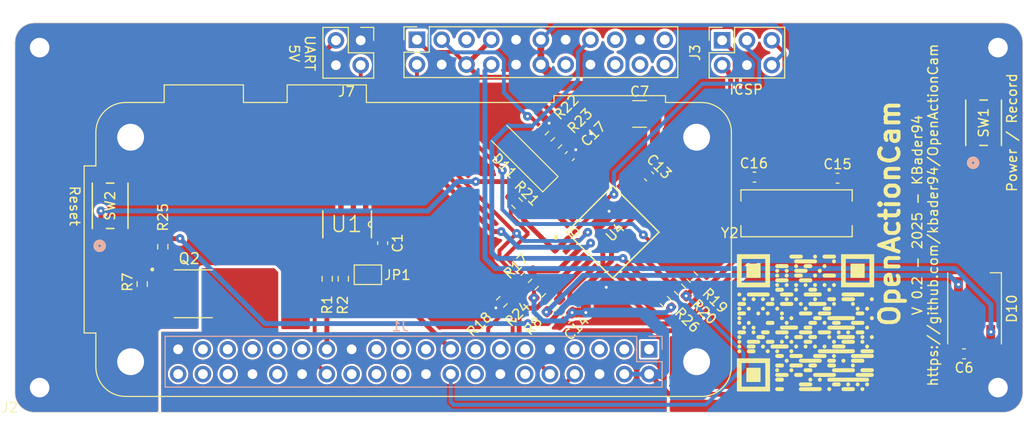
<source format=kicad_pcb>
(kicad_pcb (version 20221018) (generator pcbnew)
  (title_block (date "15 nov 2012"))
  (layers (0 "F.Cu" signal) (31 "B.Cu" signal) (34 "B.Paste" user) (35 "F.Paste" user) (36 "B.SilkS" user "B.Silkscreen") (37 "F.SilkS" user "F.Silkscreen") (38 "B.Mask" user) (39 "F.Mask" user) (44 "Edge.Cuts" user))
  (net 0 "")
  (net 1 "GND")
  (net 2 "/GPIO2{slash}SDA1")
  (net 3 "/GPIO3{slash}SCL1")
  (net 4 "/GPIO4{slash}GPCLK0")
  (net 5 "/GPIO15{slash}RXD0")
  (net 6 "/GPIO17")
  (net 7 "/GPIO18{slash}PCM.CLK")
  (net 8 "/GPIO27")
  (net 9 "/GPIO22")
  (net 10 "/GPIO23")
  (net 11 "/GPIO26")
  (net 12 "/GPIO24")
  (net 13 "/GPIO10{slash}SPI0.MOSI")
  (net 14 "/GPIO9{slash}SPI0.MISO")
  (net 15 "/GPIO25")
  (net 16 "/GPIO11{slash}SPI0.SCLK")
  (net 17 "/GPIO8{slash}SPI0.CE0")
  (net 18 "/GPIO7{slash}SPI0.CE1")
  (net 19 "/ID_SDA")
  (net 20 "/ID_SCL")
  (net 21 "/GPIO5")
  (net 22 "/GPIO6")
  (net 23 "/GPIO12{slash}PWM0")
  (net 24 "/GPIO13{slash}PWM1")
  (net 25 "/GPIO19{slash}PCM.FS")
  (net 26 "/GPIO16")
  (net 27 "/GPIO20{slash}PCM.DIN")
  (net 28 "/GPIO21{slash}PCM.DOUT")
  (net 29 "+5V")
  (net 30 "+3V3")
  (net 31 "Net-(U4-XTAL1{slash}PB6)")
  (net 32 "Net-(U4-XTAL2{slash}PB7)")
  (net 33 "Net-(D10-DIN)")
  (net 34 "/Power State/Batt_Lvl")
  (net 35 "/Power State/Reset")
  (net 36 "/Power State/SCK")
  (net 37 "/Power State/MISO")
  (net 38 "/Power State/MOSI")
  (net 39 "8.4V")
  (net 40 "Net-(JP1-A)")
  (net 41 "/Power State/Pi_En")
  (net 42 "STAT_LED")
  (net 45 "/Power State/SS")
  (net 48 "/Power State/SDA")
  (net 49 "/Power State/SCL")
  (net 50 "Pi_Gnd")
  (net 51 "LED_EN")
  (net 55 "Chrg_Stat")
  (net 58 "Rx")
  (net 59 "Tx")
  (net 60 "/Power State/STAT_LED_OB")
  (net 61 "Pi_Int")
  (net 62 "Button")
  (net 66 "Net-(Q2-G)")
  (net 67 "BATT_LVL_MID")
  (footprint "Connector_PinSocket_2.54mm:PinSocket_2x03_P2.54mm_Vertical" (layer "F.Cu") (at 188.105 152.48 90)
    (fp_text reference "J3")
    (fp_text value "ICSP Header")
  )
  (footprint "ATMEGA328-AU:QFP80P900X900X120-32N" (layer "F.Cu") (at 176.9 172.13 45)
    (fp_text reference "U4")
    (fp_text value "ATmega328-P")
  )
  (footprint "Resistor_SMD:R_0603_1608Metric_Pad0.98x0.95mm_HandSolder" (layer "F.Cu") (at 168.05 176.76 -135)
    (fp_text reference "R17")
    (fp_text value "3.3K")
  )
  (footprint "Capacitor_SMD:C_0603_1608Metric_Pad1.08x0.95mm_HandSolder" (layer "F.Cu") (at 191.42 166.5 180)
    (fp_text reference "C16")
    (fp_text value "22 pF")
  )
  (footprint "Resistor_SMD:R_0603_1608Metric_Pad0.98x0.95mm_HandSolder" (layer "F.Cu") (at 149.285001 176.9138 90)
    (fp_text reference "R2")
    (fp_text value "3.9k")
  )
  (footprint "Capacitor_SMD:C_0603_1608Metric_Pad1.08x0.95mm_HandSolder" (layer "F.Cu") (at 172.49 164.35 -135)
    (fp_text reference "C17")
    (fp_text value "100nF")
  )
  (footprint "Jumper:SolderJumper-2_P1.3mm_Open_Pad1.0x1.5mm" (layer "F.Cu") (at 151.805001 176.503799)
    (fp_text reference "JP1")
    (fp_text value "ID_WP")
  )
  (footprint "LED_SMD:LED_WS2812B_PLCC4_5.0x5.0mm_P3.2mm" (layer "F.Cu") (at 213.97 179.95 90)
    (fp_text reference "D10")
    (fp_text value "WS2812B")
  )
  (footprint "Resistor_SMD:R_0603_1608Metric" (layer "F.Cu") (at 130.79 173.63 -90)
    (fp_text reference "R25")
    (fp_text value "10K")
  )
  (footprint "CAT24C256WI-GT3:SOIC127P600X175-8N" (layer "F.Cu") (at 149.68 171.34 -90)
    (fp_text reference "U1")
    (fp_text value "CAT24C256")
  )
  (footprint "Resistor_SMD:R_0603_1608Metric_Pad0.98x0.95mm_HandSolder" (layer "F.Cu") (at 165.53 179.28 -135)
    (fp_text reference "R18")
    (fp_text value "2K")
  )
  (footprint "Resistor_SMD:R_0603_1608Metric_Pad0.98x0.95mm_HandSolder" (layer "F.Cu") (at 171.125284 162.999426 45)
    (fp_text reference "R23")
    (fp_text value "10K")
  )
  (footprint "Button - PTS815 Tactile SW:SW4_PTS815 SJM 250 SMTR LFS_CNK" (layer "F.Cu") (at 214.895001 160.930001 90)
    (fp_text reference "SW1")
    (fp_text value "Button  - User Interface")
  )
  (footprint "Capacitor_SMD:C_0603_1608Metric_Pad1.08x0.95mm_HandSolder" (layer "F.Cu") (at 212.8975 184.61 180)
    (fp_text reference "C6")
    (fp_text value "0.1uF")
  )
  (footprint "Resistor_SMD:R_0603_1608Metric_Pad0.98x0.95mm_HandSolder" (layer "F.Cu") (at 167.09 169.18 -45)
    (fp_text reference "R21")
    (fp_text value "10K")
  )
  (footprint "Resistor_SMD:R_0603_1608Metric_Pad0.98x0.95mm_HandSolder" (layer "F.Cu") (at 169.47 178.24 45)
    (fp_text reference "R24")
    (fp_text value "10K")
  )
  (footprint "Button - PTS815 Tactile SW:SW4_PTS815 SJM 250 SMTR LFS_CNK" (layer "F.Cu") (at 125.395001 169.440001 90)
    (fp_text reference "SW2")
    (fp_text value "Button - Reset")
  )
  (footprint "Capacitor_SMD:C_0603_1608Metric_Pad1.08x0.95mm_HandSolder" (layer "F.Cu") (at 172.12 180.99 45)
    (fp_text reference "C14")
    (fp_text value "100nF")
  )
  (footprint "Capacitor_SMD:C_0603_1608Metric_Pad1.08x0.95mm_HandSolder" (layer "F.Cu") (at 199.9325 166.61)
    (fp_text reference "C15")
    (fp_text value "22 pF")
  )
  (footprint "Capacitor_SMD:C_0603_1608Metric_Pad1.08x0.95mm_HandSolder" (layer "F.Cu") (at 153.315 173.2613 90)
    (fp_text reference "C1")
    (fp_text value "100n")
  )
  (footprint "LOGO" (layer "F.Cu") (at 196.65 181.43)
    (fp_text reference "G***" hide)
    (fp_text value "LOGO" hide)
  )
  (footprint "Connector_PinSocket_2.54mm:PinSocket_2x02_P2.54mm_Vertical" (layer "F.Cu") (at 151.07 152.49)
    (fp_text reference "J7")
    (fp_text value "UART DEBUG")
  )
  (footprint "Capacitor_SMD:C_0603_1608Metric_Pad1.08x0.95mm_HandSolder" (layer "F.Cu") (at 180.62 166.42 -45)
    (fp_text reference "C13")
    (fp_text value "100nF")
  )
  (footprint "Diode_SMD:D_MiniMELF_Handsoldering" (layer "F.Cu") (at 167.207913 163.932807 135)
    (fp_text reference "D11")
    (fp_text value "5.1V Zener")
  )
  (footprint "Resistor_SMD:R_0603_1608Metric_Pad0.98x0.95mm_HandSolder" (layer "F.Cu") (at 128.68 177.46 -90)
    (fp_text reference "R7")
    (fp_text value "10K")
  )
  (footprint "Crystal - 16MHz ECS_160_20_5PX_TR:XTAL_ECS-160-20-5PX-TR" (layer "F.Cu") (at 195.73 170.21)
    (fp_text reference "Y2")
    (fp_text value "16 Mhz")
  )
  (footprint "FET - AOSP36326C:SOIC127P490X600X175-8N" (layer "F.Cu") (at 133.91585 178.455)
    (fp_text reference "Q2")
    (fp_text value "NMOS")
  )
  (footprint "Resistor_SMD:R_0603_1608Metric_Pad0.98x0.95mm_HandSolder" (layer "F.Cu") (at 170.81 179.65 -135)
    (fp_text reference "R8")
    (fp_text value "220")
  )
  (footprint "Board:Board_outline" (layer "F.Cu") (at 115.63 150.69)
    (fp_text reference "J2")
    (fp_text value "Conn_02x11_Counter_Clockwise" hide)
    (fp_line (start 0 37.92) (end 0 2) (stroke (width 0.05)) (layer "Edge.Cuts"))
    (fp_line (start 2 0) (end 101.28 0) (stroke (width 0.05)) (layer "Edge.Cuts"))
    (fp_line (start 101.28 39.92) (end 2 39.92) (stroke (width 0.05)) (layer "Edge.Cuts"))
    (fp_line (start 103.28 2) (end 103.28 37.92) (stroke (width 0.05)) (layer "Edge.Cuts"))
    (fp_arc (start 0 2) (mid 0.585786 0.585786) (end 2 0) (stroke (width 0.05)) (layer "Edge.Cuts"))
    (fp_arc (start 2 39.92) (mid 0.585786 39.334214) (end 0 37.92) (stroke (width 0.05)) (layer "Edge.Cuts"))
    (fp_arc (start 101.28 0) (mid 102.694214 0.585786) (end 103.28 2) (stroke (width 0.05)) (layer "Edge.Cuts"))
    (fp_arc (start 103.28 37.92) (mid 102.694214 39.334214) (end 101.28 39.92) (stroke (width 0.05)) (layer "Edge.Cuts"))
  )
  (footprint "Resistor_SMD:R_0603_1608Metric_Pad0.98x0.95mm_HandSolder" (layer "F.Cu") (at 169.781781 161.627639 -135)
    (fp_text reference "R22")
    (fp_text value "15K")
  )
  (footprint "Resistor_SMD:R_0603_1608Metric_Pad0.98x0.95mm_HandSolder" (layer "F.Cu") (at 183.77 178.02 -45)
    (fp_text reference "R20")
    (fp_text value "3.3K")
  )
  (footprint "Resistor_SMD:R_0603_1608Metric_Pad0.98x0.95mm_HandSolder" (layer "F.Cu") (at 147.635 176.9138 90)
    (fp_text reference "R1")
    (fp_text value "3.9k")
  )
  (footprint "Resistor_SMD:R_0603_1608Metric_Pad0.98x0.95mm_HandSolder" (layer "F.Cu") (at 185.034765 176.744765 135)
    (fp_text reference "R19")
    (fp_text value "2K")
  )
  (footprint "Capacitor_SMD:C_1210_3225Metric_Pad1.33x2.70mm_HandSolder" (layer "F.Cu") (at 179.65 160.03)
    (fp_text reference "C7")
    (fp_text value "47uF 1210")
  )
  (footprint "Resistor_SMD:R_0603_1608Metric" (layer "F.Cu") (at 182.3 179.27 135)
    (fp_text reference "R26")
    (fp_text value "10K")
  )
  (footprint "Module:Raspberry_Pi_Zero_Socketed_THT_FaceDown_MountingHoles" (layer "B.Cu") (at 180.620682 184.144257 90)
    (fp_text reference "J1")
    (fp_text value "GPIO")
  )
  (gr_text "V 0.2 - 2025 - KBader94\nhttps://github.com/kbader94/OpenActionCam" (at 210.3 170.39 90) (layer "F.SilkS") (effects (font (size 1 1)) (justify bottom)))
  (gr_text "ICSP" (at 188.75 158.12) (layer "F.SilkS") (effects (font (size 1 1)) (justify left bottom)))
  (gr_text "Power / Record\n" (at 218.39 168.11 90) (layer "F.SilkS") (effects (font (size 1 1)) (justify left bottom)))
  (gr_text "Reset" (at 121.17 167.3 -90) (layer "F.SilkS") (effects (font (size 1 1)) (justify left bottom)))
  (gr_text "UART\n5V" (at 143.66 153.81 270) (layer "F.SilkS") (effects (font (size 1 1)) (justify bottom)))
  (gr_text "OpenActionCam\n" (at 206.45 182.01 90) (layer "F.SilkS") (effects (font (size 2 2) (thickness 0.4) bold) (justify left bottom)))
  (segment (start 130.73835 178.3725) (end 131.29085 177.82) (width 0.4) (layer "F.Cu") (net 1))
  (segment (start 179.092031 168.240913) (end 180.01012 167.322824) (width 0.5) (layer "F.Cu") (net 1))
  (segment (start 131.29085 179.09) (end 131.29085 177.82) (width 0.4) (layer "F.Cu") (net 1))
  (segment (start 131.29085 177.82) (end 131.29085 176.55) (width 0.4) (layer "F.Cu") (net 1))
  (segment (start 173.09988 163.74012) (end 173.09988 163.702202) (width 0.4) (layer "F.Cu") (net 1))
  (segment (start 173.09988 163.702202) (end 173.106041 163.696041) (width 0.4) (layer "F.Cu") (net 1))
  (segment (start 128.68 178.3725) (end 130.73835 178.3725) (width 0.4) (layer "F.Cu") (net 1))
  (segment (start 180.01012 167.322824) (end 180.01012 165.81012) (width 0.5) (layer "F.Cu") (net 1))
  (via (at 176.52 170) (size 0.9) (drill 0.3) (layers "F.Cu" "B.Cu") (net 1))
  (via (at 174.74 162.05) (size 0.9) (drill 0.3) (layers "F.Cu" "B.Cu") (net 1))
  (via (at 176.23 177.79) (size 0.9) (drill 0.3) (layers "F.Cu" "B.Cu") (net 1))
  (via (at 164.92 179.9) (size 0.9) (drill 0.3) (layers "F.Cu" "B.Cu") (net 1))
  (via (at 170.38 160.98) (size 0.9) (drill 0.3) (layers "F.Cu" "B.Cu") (net 1))
  (via (at 173.106041 163.696041) (size 0.9) (drill 0.3) (layers "F.Cu" "B.Cu") (net 1))
  (segment (start 166.989318 152.425743) (end 165.739318 151.175743) (width 0.4) (layer "B.Cu") (net 1))
  (segment (start 165.739318 151.175743) (end 158.851551 151.175743) (width 0.4) (layer "B.Cu") (net 1))
  (segment (start 183.735743 153.675743) (end 180.939318 153.675743) (width 0.4) (layer "B.Cu") (net 1))
  (segment (start 179.689318 152.425743) (end 178.399318 153.715743) (width 0.4) (layer "B.Cu") (net 1))
  (segment (start 183.83 153.77) (end 183.735743 153.675743) (width 0.4) (layer "B.Cu") (net 1))
  (segment (start 189.395 153.77) (end 183.83 153.77) (width 0.4) (layer "B.Cu") (net 1))
  (segment (start 158.119318 151.907976) (end 158.119318 153.715743) (width 0.4) (layer "B.Cu") (net 1))
  (segment (start 158.119318 153.715743) (end 159.369318 154.965743) (width 0.4) (layer "B.Cu") (net 1))
  (segment (start 190.645 155.02) (end 189.395 153.77) (width 0.4) (layer "B.Cu") (net 1))
  (segment (start 158.851551 151.175743) (end 158.119318 151.907976) (width 0.4) (layer "B.Cu") (net 1))
  (segment (start 180.939318 153.675743) (end 179.689318 152.425743) (width 0.4) (layer "B.Cu") (net 1))
  (segment (start 178.399318 153.715743) (end 178.399318 158.390682) (width 0.4) (layer "B.Cu") (net 1))
  (segment (start 173.106041 163.683959) (end 174.74 162.05) (width 0.4) (layer "B.Cu") (net 1))
  (segment (start 173.106041 163.696041) (end 173.106041 163.683959) (width 0.4) (layer "B.Cu") (net 1))
  (segment (start 178.399318 158.390682) (end 174.74 162.05) (width 0.4) (layer "B.Cu") (net 1))
  (segment (start 169.170682 185.394257) (end 167.402915 185.394257) (width 0.4) (layer "F.Cu") (net 5))
  (segment (start 166.64 184.631342) (end 166.64 178.17) (width 0.4) (layer "F.Cu") (net 5))
  (segment (start 167.402915 185.394257) (end 166.64 184.631342) (width 0.4) (layer "F.Cu") (net 5))
  (segment (start 166.64 178.17) (end 167.404765 177.405235) (width 0.4) (layer "F.Cu") (net 5))
  (segment (start 170.460682 186.684257) (end 169.170682 185.394257) (width 0.4) (layer "F.Cu") (net 5))
  (segment (start 184.415235 178.665235) (end 184.415235 178.654765) (width 0.5) (layer "F.Cu") (net 12))
  (segment (start 184.415235 178.654765) (end 185.68 177.39) (width 0.5) (layer "F.Cu") (net 12))
  (via (at 184.415235 178.665235) (size 0.9) (drill 0.3) (layers "F.Cu" "B.Cu") (net 12))
  (segment (start 160.62 189.83) (end 183.302325 189.83) (width 0.4) (layer "B.Cu") (net 12))
  (segment (start 183.302325 189.83) (end 183.312325 189.82) (width 0.4) (layer "B.Cu") (net 12))
  (segment (start 160.300682 186.684257) (end 160.300682 189.510682) (width 0.4) (layer "B.Cu") (net 12))
  (segment (start 183.312325 189.82) (end 186.45 189.82) (width 0.4) (layer "B.Cu") (net 12))
  (segment (start 186.45 189.82) (end 190.29 185.98) (width 0.4) (layer "B.Cu") (net 12))
  (segment (start 190.29 184.54) (end 184.415235 178.665235) (width 0.4) (layer "B.Cu") (net 12))
  (segment (start 160.300682 189.510682) (end 160.62 189.83) (width 0.4) (layer "B.Cu") (net 12))
  (segment (start 190.29 185.98) (end 190.29 184.54) (width 0.4) (layer "B.Cu") (net 12))
  (segment (start 147.635 176.0013) (end 146.71 176.9263) (width 0.5) (layer "F.Cu") (net 19))
  (segment (start 147.775 175.8613) (end 147.635 176.0013) (width 0.5) (layer "F.Cu") (net 19))
  (segment (start 147.775 173.8038) (end 147.775 175.8613) (width 0.5) (layer "F.Cu") (net 19))
  (segment (start 146.71 176.9263) (end 146.71 178.67) (width 0.5) (layer "F.Cu") (net 19))
  (segment (start 147.600682 179.560682) (end 147.600682 184.144257) (width 0.5) (layer "F.Cu") (net 19))
  (segment (start 146.71 178.67) (end 147.600682 179.560682) (width 0.5) (layer "F.Cu") (net 19))
  (segment (start 149.045 173.8038) (end 149.045 175.761299) (width 0.5) (layer "F.Cu") (net 20))
  (segment (start 147.2236 172.4132) (end 148.3656 172.4132) (width 0.4) (layer "F.Cu") (net 20))
  (segment (start 149.045 173.0926) (end 149.045 173.8038) (width 0.4) (layer "F.Cu") (net 20))
  (segment (start 146.350682 185.434257) (end 146.350682 179.229921) (width 0.4) (layer "F.Cu") (net 20))
  (segment (start 146.350682 179.229921) (end 146.01 178.889239) (width 0.4) (layer "F.Cu") (net 20))
  (segment (start 147.600682 186.684257) (end 146.350682 185.434257) (width 0.4) (layer "F.Cu") (net 20))
  (segment (start 148.3656 172.4132) (end 149.045 173.0926) (width 0.4) (layer "F.Cu") (net 20))
  (segment (start 146.01 178.889239) (end 146.01 173.6268) (width 0.4) (layer "F.Cu") (net 20))
  (segment (start 146.01 173.6268) (end 147.2236 172.4132) (width 0.4) (layer "F.Cu") (net 20))
  (segment (start 149.045 175.761299) (end 149.285001 176.0013) (width 0.5) (layer "F.Cu") (net 20))
  (segment (start 181.2125 167.0125) (end 181.22988 167.02988) (width 0.7) (layer "F.Cu") (net 29))
  (segment (start 181.22988 167.02988) (end 182.26 165.99976) (width 1) (layer "F.Cu") (net 29))
  (segment (start 174.14 177.718427) (end 175.882753 175.975674) (width 0.6) (layer "F.Cu") (net 29))
  (segment (start 175.85 172.58) (end 175.882753 172.612753) (width 0.5) (layer "F.Cu") (net 29))
  (segment (start 172.73153 180.38012) (end 172.730705 180.380945) (width 1) (layer "F.Cu") (net 29))
  (segment (start 179.623402 168.806598) (end 175.85 172.58) (width 0.5) (layer "F.Cu") (net 29))
  (segment (start 176.765 175.093427) (end 176.765 172.865) (width 0.5) (layer "F.Cu") (net 29))
  (segment (start 212.035 184.61) (end 212.035 182.685) (width 0.5) (layer "F.Cu") (net 29))
  (segment (start 174.664556 177.193871) (end 175.273654 176.584773) (width 0.5) (layer "F.Cu") (net 29))
  (segment (start 212.035 182.685) (end 212.32 182.4) (width 0.5) (layer "F.Cu") (net 29))
  (segment (start 179.657716 168.806598) (end 179.623402 168.806598) (width 0.5) (layer "F.Cu") (net 29))
  (segment (start 175.273654 176.584773) (end 176.765 175.093427) (width 0.5) (layer "F.Cu") (net 29))
  (segment (start 176.765 172.865) (end 180.223402 169.406598) (width 0.5) (layer "F.Cu") (net 29))
  (segment (start 207.885 188.76) (end 182.696425 188.76) (width 0.5) (layer "F.Cu") (net 29))
  (segment (start 169.529318 152.425743) (end 169.529318 154.965743) (width 0.7) (layer "F.Cu") (net 29))
  (segment (start 182.873363 179.853363) (end 182.87 179.85) (width 0.5) (layer "F.Cu") (net 29))
  (segment (start 168.17 172.35) (end 168.17 172.189238) (width 0.4) (layer "F.Cu") (net 29))
  (segment (start 175.882753 172.612753) (end 175.882753 175.975674) (width 0.5) (layer "F.Cu") (net 29))
  (segment (start 180.223402 169.372284) (end 181.22988 168.365806) (width 0.5) (layer "F.Cu") (net 29))
  (segment (start 165.89 174.635356) (end 165.89 174.63) (width 0.4) (layer "F.Cu") (net 29))
  (segment (start 182.883363 179.853363) (end 182.873363 179.853363) (width 0.5) (layer "F.Cu") (net 29))
  (segment (start 181.2125 164.9225) (end 181.2125 160.03) (width 1) (layer "F.Cu") (net 29))
  (segment (start 174.14 180.38012) (end 174.14 177.930558) (width 1) (layer "F.Cu") (net 29))
  (segment (start 179.657716 168.806598) (end 181.22988 167.234434) (width 0.5) (layer "F.Cu") (net 29))
  (segment (start 168.17 172.189238) (end 166.444765 170.464003) (width 0.4) (layer "F.Cu") (net 29))
  (segment (start 171.703575 157.14) (end 179.76 157.14) (width 1) (layer "F.Cu") (net 29))
  (segment (start 166.444765 170.464003) (end 166.444765 168.534765) (width 0.4) (layer "F.Cu") (net 29))
  (segment (start 182.26 165.97) (end 181.2125 164.9225) (width 1) (layer "F.Cu") (net 29))
  (segment (start 169.529318 154.965743) (end 171.703575 157.14) (width 1) (layer "F.Cu") (net 29))
  (segment (start 174.14 180.38012) (end 172.73153 180.38012) (width 1) (layer "F.Cu") (net 29))
  (segment (start 180.223402 169.406598) (end 180.223402 169.372284) (width 0.5) (layer "F.Cu") (net 29))
  (segment (start 181.22988 167.234434) (end 181.22988 167.02988) (width 0.5) (layer "F.Cu") (net 29))
  (segment (start 212.035 184.61) (end 207.885 188.76) (width 0.5) (layer "F.Cu") (net 29))
  (segment (start 181.2125 158.5925) (end 181.2125 160.03) (width 1) (layer "F.Cu") (net 29))
  (segment (start 175.882753 175.975674) (end 175.273654 176.584773) (width 0.5) (layer "F.Cu") (net 29))
  (segment (start 174.14 177.930558) (end 174.160279 177.910279) (width 1) (layer "F.Cu") (net 29))
  (segment (start 181.22988 168.365806) (end 181.22988 167.02988) (width 0.5) (layer "F.Cu") (net 29))
  (segment (start 174.14 177.930558) (end 174.14 177.718427) (width 0.6) (layer "F.Cu") (net 29))
  (segment (start 179.76 157.14) (end 181.2125 158.5925) (width 1) (layer "F.Cu") (net 29))
  (segment (start 168.824765 177.570121) (end 165.89 174.635356) (width 0.4) (layer "F.Cu") (net 29))
  (segment (start 168.824765 178.885235) (end 168.824765 177.570121) (width 0.4) (layer "F.Cu") (net 29))
  (segment (start 182.696425 188.76) (end 180.620682 186.684257) (width 0.5) (layer "F.Cu") (net 29))
  (segment (start 165.89 174.63) (end 168.17 172.35) (width 0.4) (layer "F.Cu") (net 29))
  (segment (start 182.26 165.99976) (end 182.26 165.97) (width 1) (layer "F.Cu") (net 29))
  (via (at 168.824765 178.885235) (size 0.9) (drill 0.3) (layers "F.Cu" "B.Cu") (net 29))
  (via (at 182.87 179.85) (size 0.9) (drill 0.3) (layers "F.Cu" "B.Cu") (net 29))
  (via (at 172.72988 180.38012) (size 0.9) (drill 0.3) (layers "F.Cu" "B.Cu") (net 29))
  (via (at 174.14 180.38012) (size 0.9) (drill 0.3) (layers "F.Cu" "B.Cu") (net 29))
  (segment (start 168.824765 180.337558) (end 168.824765 178.885235) (width 0.5) (layer "B.Cu") (net 29))
  (segment (start 194.435 151.815) (end 193.56 150.94) (width 0.4) (layer "B.Cu") (net 29))
  (segment (start 172.72988 180.38012) (end 171.877677 181.232323) (width 0.5) (layer "B.Cu") (net 29))
  (segment (start 171.877677 181.232323) (end 169.71953 181.232323) (width 0.5) (layer "B.Cu") (net 29))
  (segment (start 181.822763 186.684257) (end 182.170682 186.336338) (width 1) (layer "B.Cu") (net 29))
  (segment (start 179.456545 180.38012) (end 181.93 182.853575) (width 0.5) (layer "B.Cu") (net 29))
  (segment (start 194.435 153.77) (end 194.435 151.815) (width 0.4) (layer "B.Cu") (net 29))
  (segment (start 178.080682 186.684257) (end 180.620682 186.684257) (width 0.5) (layer "B.Cu") (net 29))
  (segment (start 193.185 155.02) (end 194.435 153.77) (width 0.4) (layer "B.Cu") (net 29))
  (segment (start 172.72988 180.38012) (end 179.456545 180.38012) (width 0.5) (layer "B.Cu") (net 29))
  (segment (start 180.24012 180.38012) (end 174.14 180.38012) (width 1) (layer "B.Cu") (net 29))
  (segment (start 182.33988 180.38012) (end 172.72988 180.38012) (width 0.5) (layer "B.Cu") (net 29))
  (segment (start 182.170682 182.310682) (end 180.24012 180.38012) (width 1) (layer "B.Cu") (net 29))
  (segment (start 180.620682 186.684257) (end 181.822763 186.684257) (width 1) (layer "B.Cu") (net 29))
  (segment (start 193.56 150.94) (end 171.015061 150.94) (width 0.4) (layer "B.Cu") (net 29))
  (segment (start 171.015061 150.94) (end 169.529318 152.425743) (width 0.4) (layer "B.Cu") (net 29))
  (segment (start 169.71953 181.232323) (end 168.824765 180.337558) (width 0.5) (layer "B.Cu") (net 29))
  (segment (start 182.87 179.85) (end 182.33988 180.38012) (width 0.5) (layer "B.Cu") (net 29))
  (segment (start 182.170682 186.336338) (end 182.170682 182.310682) (width 1) (layer "B.Cu") (net 29))
  (segment (start 153.860224 177.703799) (end 153.655001 177.703799) (width 0.5) (layer "F.Cu") (net 30))
  (segment (start 153.315 174.1238) (end 153.005002 174.1238) (width 0.5) (layer "F.Cu") (net 30))
  (segment (start 160.300682 184.144257) (end 153.860224 177.703799) (width 0.5) (layer "F.Cu") (net 30))
  (segment (start 151.585 173.8038) (end 152.455001 174.673801) (width 0.5) (layer "F.Cu") (net 30))
  (segment (start 152.455001 177.753799) (end 152.455001 176.503799) (width 0.5) (layer "F.Cu") (net 30))
  (segment (start 147.635 177.8263) (end 149.285001 177.8263) (width 0.5) (layer "F.Cu") (net 30))
  (segment (start 152.455001 174.673801) (end 152.455001 176.503799) (width 0.5) (layer "F.Cu") (net 30))
  (segment (start 152.3825 177.8263) (end 152.455001 177.753799) (width 0.5) (layer "F.Cu") (net 30))
  (segment (start 153.655001 177.703799) (end 152.455001 176.503799) (width 0.5) (layer "F.Cu") (net 30))
  (segment (start 153.005002 174.1238) (end 152.455001 174.673801) (width 0.5) (layer "F.Cu") (net 30))
  (segment (start 149.285001 177.8263) (end 152.3825 177.8263) (width 0.5) (layer "F.Cu") (net 30))
  (segment (start 200.48 170.21) (end 200.48 168.02) (width 0.5) (layer "F.Cu") (net 31))
  (segment (start 200.48 168.02) (end 199.07 166.61) (width 0.5) (layer "F.Cu") (net 31))
  (segment (start 184.096843 181.543157) (end 181.403208 181.543157) (width 0.5) (layer "F.Cu") (net 31))
  (segment (start 177.96066 178.10061) (end 177.96066 177.150458) (width 0.5) (layer "F.Cu") (net 31))
  (segment (start 195.43 170.21) (end 184.096843 181.543157) (width 0.5) (layer "F.Cu") (net 31))
  (segment (start 181.403208 181.543157) (end 177.96066 178.10061) (width 0.5) (layer "F.Cu") (net 31))
  (segment (start 200.48 170.21) (end 195.43 170.21) (width 0.5) (layer "F.Cu") (net 31))
  (segment (start 190.98 170.21) (end 190.98 167.8025) (width 0.5) (layer "F.Cu") (net 32))
  (segment (start 181.693157 180.843157) (end 179.135444 178.285444) (width 0.5) (layer "F.Cu") (net 32))
  (segment (start 179.135444 177.193871) (end 178.526346 176.584773) (width 0.5) (layer "F.Cu") (net 32))
  (segment (start 179.135444 178.285444) (end 179.135444 177.193871) (width 0.5) (layer "F.Cu") (net 32))
  (segment (start 190.98 173.426296) (end 183.563139 180.843157) (width 0.5) (layer "F.Cu") (net 32))
  (segment (start 190.98 167.8025) (end 192.2825 166.5) (width 0.5) (layer "F.Cu") (net 32))
  (segment (start 190.98 170.21) (end 190.98 173.426296) (width 0.5) (layer "F.Cu") (net 32))
  (segment (start 183.563139 180.843157) (end 181.693157 180.843157) (width 0.5) (layer "F.Cu") (net 32))
  (segment (start 170.164765 180.295235) (end 170.129411 180.295235) (width 0.5) (layer "F.Cu") (net 33))
  (segment (start 170.129411 180.295235) (end 170.092323 180.332323) (width 0.5) (layer "F.Cu") (net 33))
  (via (at 212.32 177.5) (size 0.9) (drill 0.3) (layers "F.Cu" "B.Cu") (net 33))
  (via (at 170.092323 180.332323) (size 0.9) (drill 0.3) (layers "F.Cu" "B.Cu") (net 33))
  (segment (start 211.39 176.57) (end 212.32 177.5) (width 0.5) (layer "B.Cu") (net 33))
  (segment (start 170.092323 180.332323) (end 173.854646 176.57) (width 0.5) (layer "B.Cu") (net 33))
  (segment (start 173.854646 176.57) (end 211.39 176.57) (width 0.5) (layer "B.Cu") (net 33))
  (segment (start 170.480049 163.644661) (end 170.480049 163.616377) (width 0.5) (layer "F.Cu") (net 34))
  (segment (start 170.480049 163.616377) (end 169.136546 162.272874) (width 0.5) (layer "F.Cu") (net 34))
  (segment (start 173.78 166.91) (end 171.88012 165.01012) (width 0.5) (layer "F.Cu") (net 34))
  (segment (start 169.152457 165.877351) (end 170.962649 165.877351) (width 0.5) (layer "F.Cu") (net 34))
  (segment (start 171.795268 164.95988) (end 170.480049 163.644661) (width 0.5) (layer "F.Cu") (net 34))
  (segment (start 171.88012 165.01012) (end 171.88012 164.95988) (width 0.5) (layer "F.Cu") (net 34))
  (segment (start 171.88012 164.95988) (end 171.795268 164.95988) (width 0.5) (layer "F.Cu") (net 34))
  (segment (start 170.962649 165.877351) (end 171.88012 164.95988) (width 0.5) (layer "F.Cu") (net 34))
  (segment (start 174.508427 166.91) (end 173.78 166.91) (width 0.5) (layer "F.Cu") (net 34))
  (segment (start 175.273654 167.675227) (end 174.508427 166.91) (width 0.5) (layer "F.Cu") (net 34))
  (segment (start 124.45 169.96) (end 124.45 171.560004) (width 0.5) (layer "F.Cu") (net 35))
  (segment (start 171.86934 173.19066) (end 170.98 174.08) (width 0.5) (layer "F.Cu") (net 35))
  (segment (start 171.879542 173.19066) (end 171.86934 173.19066) (width 0.5) (layer "F.Cu") (net 35))
  (segment (start 177.02 168.27) (end 176.800202 168.27) (width 0.4) (layer "F.Cu") (net 35))
  (segment (start 170.98 174.08) (end 167.735235 170.835235) (width 0.5) (layer "F.Cu") (net 35))
  (segment (start 124.45 171.560004) (end 124.130002 171.880002) (width 0.5) (layer "F.Cu") (net 35))
  (segment (start 162.85 166.96) (end 167.735235 166.96) (width 0.5) (layer "F.Cu") (net 35))
  (segment (start 176.800202 168.27) (end 171.879542 173.19066) (width 0.4) (layer "F.Cu") (net 35))
  (segment (start 167.735235 166.96) (end 167.735235 169.825235) (width 0.5) (layer "F.Cu") (net 35))
  (segment (start 167.735235 170.835235) (end 167.735235 169.825235) (width 0.5) (layer "F.Cu") (net 35))
  (via (at 177.02 168.27) (size 0.9) (drill 0.3) (layers "F.Cu" "B.Cu") (net 35))
  (via (at 124.45 169.96) (size 0.9) (drill 0.3) (layers "F.Cu" "B.Cu") (net 35))
  (via (at 162.85 166.96) (size 0.9) (drill 0.3) (layers "F.Cu" "B.Cu") (net 35))
  (segment (start 191.97 156.93) (end 191.895 156.855) (width 0.4) (layer "B.Cu") (net 35))
  (segment (start 190.645 153.252233) (end 190.645 152.48) (width 0.4) (layer "B.Cu") (net 35))
  (segment (start 186.1 156.93) (end 191.97 156.93) (width 0.4) (layer "B.Cu") (net 35))
  (segment (start 160.95 166.96) (end 162.85 166.96) (width 0.5) (layer "B.Cu") (net 35))
  (segment (start 177.02 168.27) (end 177.02 166.01) (width 0.4) (layer "B.Cu") (net 35))
  (segment (start 191.895 154.502233) (end 190.645 153.252233) (width 0.4) (layer "B.Cu") (net 35))
  (segment (start 177.02 166.01) (end 186.1 156.93) (width 0.4) (layer "B.Cu") (net 35))
  (segment (start 157.95 169.96) (end 160.95 166.96) (width 0.5) (layer "B.Cu") (net 35))
  (segment (start 191.895 156.855) (end 191.895 154.502233) (width 0.4) (layer "B.Cu") (net 35))
  (segment (start 124.45 169.96) (end 157.95 169.96) (width 0.5) (layer "B.Cu") (net 35))
  (segment (start 183.967678 169.294556) (end 188.97 164.292234) (width 0.5) (layer "F.Cu") (net 36))
  (segment (start 188.745 155.807006) (end 188.745 155.66) (width 0.5) (layer "F.Cu") (net 36))
  (segment (start 188.745 155.66) (end 188.105 155.02) (width 0.5) (layer "F.Cu") (net 36))
  (segment (start 180.789087 169.937969) (end 181.4325 169.294556) (width 0.5) (layer "F.Cu") (net 36))
  (segment (start 188.97 156.032006) (end 188.745 155.807006) (width 0.5) (layer "F.Cu") (net 36))
  (segment (start 188.97 164.292234) (end 188.97 156.032006) (width 0.5) (layer "F.Cu") (net 36))
  (segment (start 181.4325 169.294556) (end 183.967678 169.294556) (width 0.5) (layer "F.Cu") (net 36))
  (segment (start 188.105 152.48) (end 189.761117 154.136117) (width 0.4) (layer "F.Cu") (net 37))
  (segment (start 189.761117 154.136117) (end 189.395 154.502233) (width 0.4) (layer "F.Cu") (net 37))
  (segment (start 189.62 155.762767) (end 189.62 164.561472) (width 0.4) (layer "F.Cu") (net 37))
  (segment (start 189.395 155.537767) (end 189.62 155.762767) (width 0.4) (layer "F.Cu") (net 37))
  (segment (start 189.395 154.502233) (end 189.395 155.537767) (width 0.4) (layer "F.Cu") (net 37))
  (segment (start 189.62 164.561472) (end 184.236916 169.944556) (width 0.4) (layer "F.Cu") (net 37))
  (segment (start 184.236916 169.944556) (end 181.913871 169.944556) (width 0.4) (layer "F.Cu") (net 37))
  (segment (start 194.48 160.55) (end 194.48 153.775) (width 0.4) (layer "F.Cu") (net 38))
  (segment (start 183.96066 171.06934) (end 194.48 160.55) (width 0.4) (layer "F.Cu") (net 38))
  (segment (start 181.920458 171.06934) (end 183.96066 171.06934) (width 0.4) (layer "F.Cu") (net 38))
  (segment (start 194.48 153.775) (end 193.185 152.48) (width 0.4) (layer "F.Cu") (net 38))
  (segment (start 160.619318 153.675743) (end 161.909318 154.965743) (width 0.4) (layer "F.Cu") (net 39))
  (segment (start 171.770519 161.000081) (end 167.036181 156.265743) (width 0.5) (layer "F.Cu") (net 39))
  (segment (start 161.909318 154.965743) (end 164.449318 152.425743) (width 0.5) (layer "F.Cu") (net 39))
  (segment (start 167.036181 156.265743) (end 163.209318 156.265743) (width 0.5) (layer "F.Cu") (net 39))
  (segment (start 171.770519 162.354191) (end 171.770519 161.000081) (width 0.5) (layer "F.Cu") (net 39))
  (segment (start 156.829318 152.425743) (end 158.079318 153.675743) (width 0.4) (layer "F.Cu") (net 39))
  (segment (start 163.209318 156.265743) (end 161.909318 154.965743) (width 0.5) (layer "F.Cu") (net 39))
  (segment (start 158.079318 153.675743) (end 160.619318 153.675743) (width 0.4) (layer "F.Cu") (net 39))
  (segment (start 150.315 173.8038) (end 150.315 175.663798) (width 0.5) (layer "F.Cu") (net 40))
  (segment (start 150.315 175.663798) (end 151.155001 176.503799) (width 0.5) (layer "F.Cu") (net 40))
  (segment (start 132.535 172.805) (end 132.55 172.79) (width 0.5) (layer "F.Cu") (net 41))
  (segment (start 170.258148 181.51) (end 172.492103 179.276045) (width 0.5) (layer "F.Cu") (net 41))
  (segment (start 168.2 181.51) (end 170.258148 181.51) (width 0.5) (layer "F.Cu") (net 41))
  (segment (start 130.79 172.805) (end 132.535 172.805) (width 0.5) (layer "F.Cu") (net 41))
  (segment (start 172.492103 179.276045) (end 172.492103 178.234953) (width 0.5) (layer "F.Cu") (net 41))
  (segment (start 172.492103 178.234953) (end 174.707969 176.019087) (width 0.5) (layer "F.Cu") (net 41))
  (via (at 168.2 181.51) (size 0.9) (drill 0.3) (layers "F.Cu" "B.Cu") (net 41))
  (via (at 132.55 172.79) (size 0.9) (drill 0.3) (layers "F.Cu" "B.Cu") (net 41))
  (segment (start 168.2 181.51) (end 141.27 181.51) (width 0.5) (layer "B.Cu") (net 41))
  (segment (start 141.27 181.51) (end 132.55 172.79) (width 0.5) (layer "B.Cu") (net 41))
  (segment (start 215.62 182.39) (end 215.65 182.36) (width 0.5) (layer "F.Cu") (net 42))
  (segment (start 215.62 182.4) (end 215.62 182.39) (width 0.5) (layer "F.Cu") (net 42))
  (via (at 215.65 182.36) (size 0.9) (drill 0.3) (layers "F.Cu" "B.Cu") (net 42))
  (segment (start 163.8 174.79) (end 163.8 155.615061) (width 0.5) (layer "B.Cu") (net 42))
  (segment (start 164.88 175.87) (end 163.8 174.79) (width 0.5) (layer "B.Cu") (net 42))
  (segment (start 211.962793 175.87) (end 164.88 175.87) (width 0.5) (layer "B.Cu") (net 42))
  (segment (start 163.8 155.615061) (end 164.449318 154.965743) (width 0.5) (layer "B.Cu") (net 42))
  (segment (start 215.65 182.36) (end 215.65 179.557207) (width 0.5) (layer "B.Cu") (net 42))
  (segment (start 215.65 179.557207) (end 211.962793 175.87) (width 0.5) (layer "B.Cu") (net 42))
  (segment (start 165.58 165.82) (end 156.829318 157.069318) (width 0.4) (layer "F.Cu") (net 51))
  (segment (start 181.354773 173.756346) (end 181.354773 173.734773) (width 0.4) (layer "F.Cu") (net 51))
  (segment (start 156.829318 157.069318) (end 156.829318 154.965743) (width 0.4) (layer "F.Cu") (net 51))
  (segment (start 181.354773 173.734773) (end 180.03 172.41) (width 0.4) (layer "F.Cu") (net 51))
  (via (at 165.58 165.82) (size 0.9) (drill 0.3) (layers "F.Cu" "B.Cu") (net 51))
  (via (at 180.03 172.41) (size 0.9) (drill 0.3) (layers "F.Cu" "B.Cu") (net 51))
  (segment (start 167.066041 171.306041) (end 165.58 169.82) (width 0.4) (layer "B.Cu") (net 51))
  (segment (start 165.55 165.79) (end 165.58 165.82) (width 0.4) (layer "B.Cu") (net 51))
  (segment (start 165.58 169.82) (end 165.58 165.82) (width 0.4) (layer "B.Cu") (net 51))
  (segment (start 180.03 172.41) (end 178.926041 171.306041) (width 0.4) (layer "B.Cu") (net 51))
  (segment (start 178.926041 171.306041) (end 167.066041 171.306041) (width 0.4) (layer "B.Cu") (net 51))
  (segment (start 179.092031 176.019087) (end 179.092031 175.982031) (width 0.5) (layer "F.Cu") (net 55))
  (segment (start 179.092031 175.982031) (end 177.94 174.83) (width 0.5) (layer "F.Cu") (net 55))
  (segment (start 181.716637 178.643693) (end 179.092031 176.019087) (width 0.5) (layer "F.Cu") (net 55))
  (segment (start 181.716637 178.686637) (end 181.716637 178.643693) (width 0.5) (layer "F.Cu") (net 55))
  (via (at 177.94 174.83) (size 0.9) (drill 0.3) (layers "F.Cu" "B.Cu") (net 55))
  (segment (start 168.66 161.25) (end 173.319318 156.590682) (width 0.4) (layer "B.Cu") (net 55))
  (segment (start 164.5 174.24005) (end 165.08995 174.83) (width 0.5) (layer "B.Cu") (net 55))
  (segment (start 166.41 161.25) (end 168.66 161.25) (width 0.4) (layer "B.Cu") (net 55))
  (segment (start 166.15 161.25) (end 164.5 162.9) (width 0.5) (layer "B.Cu") (net 55))
  (segment (start 166.41 161.25) (end 166.15 161.25) (width 0.5) (layer "B.Cu") (net 55))
  (segment (start 173.319318 156.590682) (end 173.319318 153.715743) (width 0.4) (layer "B.Cu") (net 55))
  (segment (start 165.08995 174.83) (end 177.94 174.83) (width 0.5) (layer "B.Cu") (net 55))
  (segment (start 173.319318 153.715743) (end 174.609318 152.425743) (width 0.4) (layer "B.Cu") (net 55))
  (segment (start 164.5 162.9) (end 164.5 174.24005) (width 0.5) (layer "B.Cu") (net 55))
  (segment (start 167.048299 172.269619) (end 166.957537 172.269619) (width 0.4) (layer "F.Cu") (net 58))
  (segment (start 166.83 176.742562) (end 165.188367 178.384195) (width 0.4) (layer "F.Cu") (net 58))
  (segment (start 167.048299 172.269619) (end 165.29 174.027918) (width 0.4) (layer "F.Cu") (net 58))
  (segment (start 174.045532 172.156041) (end 174.03 172.171573) (width 0.4) (layer "F.Cu") (net 58))
  (segment (start 173.532082 172.96) (end 173.241573 172.96) (width 0.4) (layer "F.Cu") (net 58))
  (segment (start 173.241573 172.96) (end 172.445227 173.756346) (width 0.4) (layer "F.Cu") (net 58))
  (segment (start 167.402915 187.934257) (end 166.670682 187.202024) (width 0.4) (layer "F.Cu") (net 58))
  (segment (start 166.957537 172.269619) (end 151.07 156.382082) (width 0.4) (layer "F.Cu") (net 58))
  (segment (start 165.898449 185.394257) (end 164.862915 185.394257) (width 0.4) (layer "F.Cu") (net 58))
  (segment (start 165.29 174.027918) (end 165.29 174.883884) (width 0.4) (layer "F.Cu") (net 58))
  (segment (start 173.000682 186.684257) (end 171.750682 187.934257) (width 0.4) (layer "F.Cu") (net 58))
  (segment (start 174.336041 172.156041) (end 174.045532 172.156041) (width 0.4) (layer "F.Cu") (net 58))
  (segment (start 165.188367 178.384195) (end 165.188367 178.903011) (width 0.4) (layer "F.Cu") (net 58))
  (segment (start 151.07 156.382082) (end 151.07 155.03) (width 0.4) (layer "F.Cu") (net 58))
  (segment (start 164.129329 181.990671) (end 164.129329 184.660671) (width 0.4) (layer "F.Cu") (net 58))
  (segment (start 165.29 174.883884) (end 166.83 176.423884) (width 0.4) (layer "F.Cu") (net 58))
  (segment (start 165.906989 180.213011) (end 164.129329 181.990671) (width 0.4) (layer "F.Cu") (net 58))
  (segment (start 165.188367 178.903011) (end 165.906989 179.621633) (width 0.4) (layer "F.Cu") (net 58))
  (segment (start 174.03 172.171573) (end 174.03 172.462082) (width 0.4) (layer "F.Cu") (net 58))
  (segment (start 166.670682 187.202024) (end 166.670682 186.16649) (width 0.4) (layer "F.Cu") (net 58))
  (segment (start 165.906989 179.621633) (end 165.906989 180.213011) (width 0.4) (layer "F.Cu") (net 58))
  (segment (start 171.750682 187.934257) (end 167.402915 187.934257) (width 0.4) (layer "F.Cu") (net 58))
  (segment (start 174.03 172.462082) (end 173.532082 172.96) (width 0.4) (layer "F.Cu") (net 58))
  (segment (start 164.862915 185.394257) (end 164.090682 184.622024) (width 0.4) (layer "F.Cu") (net 58))
  (segment (start 166.670682 186.16649) (end 165.898449 185.394257) (width 0.4) (layer "F.Cu") (net 58))
  (segment (start 167.048299 172.269619) (end 167.03868 172.26) (width 0.4) (layer "F.Cu") (net 58))
  (segment (start 166.83 176.423884) (end 166.83 176.742562) (width 0.4) (layer "F.Cu") (net 58))
  (via (at 174.336041 172.156041) (size 0.9) (drill 0.3) (layers "F.Cu" "B.Cu") (net 58))
  (via (at 167.048299 172.269619) (size 0.9) (drill 0.3) (layers "F.Cu" "B.Cu") (net 58))
  (segment (start 173.452082 173.04) (end 174.336041 172.156041) (width 0.4) (layer "B.Cu") (net 58))
  (segment (start 167.81868 173.04) (end 173.452082 173.04) (width 0.4) (layer "B.Cu") (net 58))
  (segment (start 167.048299 172.269619) (end 167.81868 173.04) (width 0.4) (layer "B.Cu") (net 58))
  (segment (start 164.620723 172.083567) (end 148.867156 156.33) (width 0.5) (layer "F.Cu") (net 59))
  (segment (start 147.23 155.64) (end 147.23 153.79) (width 0.5) (layer "F.Cu") (net 59))
  (segment (start 171.218179 176.114765) (end 173.010913 174.322031) (width 0.5) (layer "F.Cu") (net 59))
  (segment (start 165.467282 172.083567) (end 164.620723 172.083567) (width 0.5) (layer "F.Cu") (net 59))
  (segment (start 168.695235 176.114765) (end 171.218179 176.114765) (width 0.5) (layer "F.Cu") (net 59))
  (segment (start 148.867156 156.33) (end 147.92 156.33) (width 0.5) (layer "F.Cu") (net 59))
  (segment (start 147.92 156.33) (end 147.23 155.64) (width 0.5) (layer "F.Cu") (net 59))
  (segment (start 147.23 153.79) (end 148.53 152.49) (width 0.5) (layer "F.Cu") (net 59))
  (segment (start 174.177068 173.712932) (end 174.63 173.26) (width 0.5) (layer "F.Cu") (net 59))
  (segment (start 173.620012 173.712932) (end 174.177068 173.712932) (width 0.5) (layer "F.Cu") (net 59))
  (segment (start 173.010913 174.322031) (end 173.620012 173.712932) (width 0.5) (layer "F.Cu") (net 59))
  (via (at 165.467282 172.083567) (size 0.9) (drill 0.3) (layers "F.Cu" "B.Cu") (net 59))
  (via (at 174.63 173.26) (size 0.9) (drill 0.3) (layers "F.Cu" "B.Cu") (net 59))
  (segment (start 165.589454 172.083567) (end 167.195887 173.69) (width 0.5) (layer "B.Cu") (net 59))
  (segment (start 174.2 173.69) (end 174.63 173.26) (width 0.5) (layer "B.Cu") (net 59))
  (segment (start 167.195887 173.69) (end 174.2 173.69) (width 0.5) (layer "B.Cu") (net 59))
  (segment (start 165.467282 172.083567) (end 165.589454 172.083567) (width 0.5) (layer "B.Cu") (net 59))
  (segment (start 171.455235 178.140451) (end 171.455235 179.004765) (width 0.5) (layer "F.Cu") (net 60))
  (segment (start 174.142284 175.453402) (end 171.455235 178.140451) (width 0.5) (layer "F.Cu") (net 60))
  (segment (start 182.710451 177.374765) (end 180.223402 174.887716) (width 0.5) (layer "F.Cu") (net 61))
  (segment (start 183.124765 177.374765) (end 182.710451 177.374765) (width 0.5) (layer "F.Cu") (net 61))
  (segment (start 167.637897 179.922103) (end 169.096045 179.922103) (width 0.5) (layer "F.Cu") (net 62))
  (segment (start 194.53995 172.09) (end 184.386792 182.243157) (width 0.5) (layer "F.Cu") (net 62))
  (segment (start 169.096045 179.922103) (end 170.115235 178.902913) (width 0.5) (layer "F.Cu") (net 62))
  (segment (start 212.159998 163.180002) (end 203.25 172.09) (width 0.5) (layer "F.Cu") (net 62))
  (segment (start 170.115235 177.594765) (end 170.869549 177.594765) (width 0.5) (layer "F.Cu") (net 62))
  (segment (start 167.3 182.672103) (end 167.3 180.26) (width 0.5) (layer "F.Cu") (net 62))
  (segment (start 172.174991 182.243157) (end 171.746045 182.672103) (width 0.5) (layer "F.Cu") (net 62))
  (segment (start 170.869549 177.594765) (end 173.576598 174.887716) (width 0.5) (layer "F.Cu") (net 62))
  (segment (start 184.386792 182.243157) (end 172.174991 182.243157) (width 0.5) (layer "F.Cu") (net 62))
  (segment (start 170.115235 178.902913) (end 170.115235 177.594765) (width 0.5) (layer "F.Cu") (net 62))
  (segment (start 213.820002 163.180002) (end 212.159998 163.180002) (width 0.5) (layer "F.Cu") (net 62))
  (segment (start 203.25 172.09) (end 194.53995 172.09) (width 0.5) (layer "F.Cu") (net 62))
  (segment (start 167.3 180.26) (end 167.637897 179.922103) (width 0.5) (layer "F.Cu") (net 62))
  (segment (start 171.746045 182.672103) (end 167.3 182.672103) (width 0.5) (layer "F.Cu") (net 62))
  (segment (start 128.6975 176.5475) (end 130.79 174.455) (width 0.5) (layer "F.Cu") (net 66))
  (segment (start 128.68 176.5475) (end 127.47 177.7575) (width 0.5) (layer "F.Cu") (net 66))
  (segment (start 127.47 177.7575) (end 127.47 179.15) (width 0.5) (layer "F.Cu") (net 66))
  (segment (start 128.68 180.36) (end 131.29085 180.36) (width 0.5) (layer "F.Cu") (net 66))
  (segment (start 127.47 179.15) (end 128.68 180.36) (width 0.5) (layer "F.Cu") (net 66))
  (segment (start 128.68 176.5475) (end 128.6975 176.5475) (width 0.5) (layer "F.Cu") (net 66))
  (segment (start 168.16 160.27) (end 168.431214 160.27) (width 0.4) (layer "F.Cu") (net 67))
  (segment (start 174.45 163.72) (end 174.45 165.8) (width 0.4) (layer "F.Cu") (net 67))
  (segment (start 171.502273 163.341059) (end 172.258941 163.341059) (width 0.4) (layer "F.Cu") (net 67))
  (segment (start 168.431214 160.27) (end 171.502273 163.341059) (width 0.4) (layer "F.Cu") (net 67))
  (segment (start 173.41 162.68) (end 174.45 163.72) (width 0.4) (layer "F.Cu") (net 67))
  (segment (start 175.759542 167.109542) (end 175.83934 167.109542) (width 0.4) (layer "F.Cu") (net 67))
  (segment (start 172.258941 163.341059) (end 172.92 162.68) (width 0.4) (layer "F.Cu") (net 67))
  (segment (start 172.92 162.68) (end 173.41 162.68) (width 0.4) (layer "F.Cu") (net 67))
  (segment (start 174.45 165.8) (end 175.759542 167.109542) (width 0.4) (layer "F.Cu") (net 67))
  (via (at 168.16 160.27) (size 0.9) (drill 0.3) (layers "F.Cu" "B.Cu") (net 67))
  (segment (start 160.659318 153.715743) (end 165.007085 153.715743) (width 0.4) (layer "B.Cu") (net 67))
  (segment (start 165.007085 153.715743) (end 165.739318 154.447976) (width 0.4) (layer "B.Cu") (net 67))
  (segment (start 165.739318 154.447976) (end 165.739318 157.849318) (width 0.4) (layer "B.Cu") (net 67))
  (segment (start 159.369318 152.425743) (end 160.659318 153.715743) (width 0.4) (layer "B.Cu") (net 67))
  (segment (start 165.739318 157.849318) (end 168.16 160.27) (width 0.4) (layer "B.Cu") (net 67))
  (zone (net 1) (net_name "GND") (layers "F&B.Cu") (priority 12) (connect_pads yes (clearance 0.3)) (min_thickness 0.3) (fill yes (thermal_gap 0.5) (thermal_bridge_width 0.5))
    (polygon (pts (xy 115.63 150.69) (xy 115.63 190.76) (xy 218.3 190.76) (xy 219.06 190) (xy 219.06 150.95) (xy 218.75 150.64) (xy 115.68 150.64)))
  )
  (zone (net 50) (net_name "Pi_Gnd") (layers "F&B.Cu") (priority 100) (connect_pads yes (clearance 0.2)) (min_thickness 0.2) (fill yes (thermal_gap 0.5) (thermal_bridge_width 0.5))
    (polygon (pts (xy 130.63 182.35) (xy 134.72 182.35) (xy 134.74 182.37) (xy 134.76 182.35) (xy 134.76 175.83) (xy 142.22 175.83) (xy 142.62 176.23) (xy 142.62 182.39) (xy 182.4 182.39) (xy 182.43 182.36) (xy 182.43 190.63) (xy 182.31 190.75) (xy 130.66 190.75) (xy 130.63 190.72)))
  )
)
</source>
